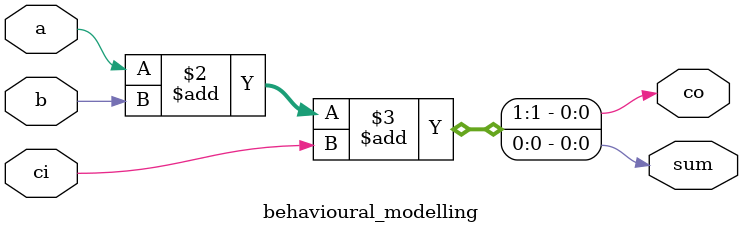
<source format=sv>
module behavioural_modelling (
    input logic a, b, ci,
    output logic sum, co
);
    
    always @(a, b, ci) begin
        {co, sum} = a + b + ci;
    end

endmodule
</source>
